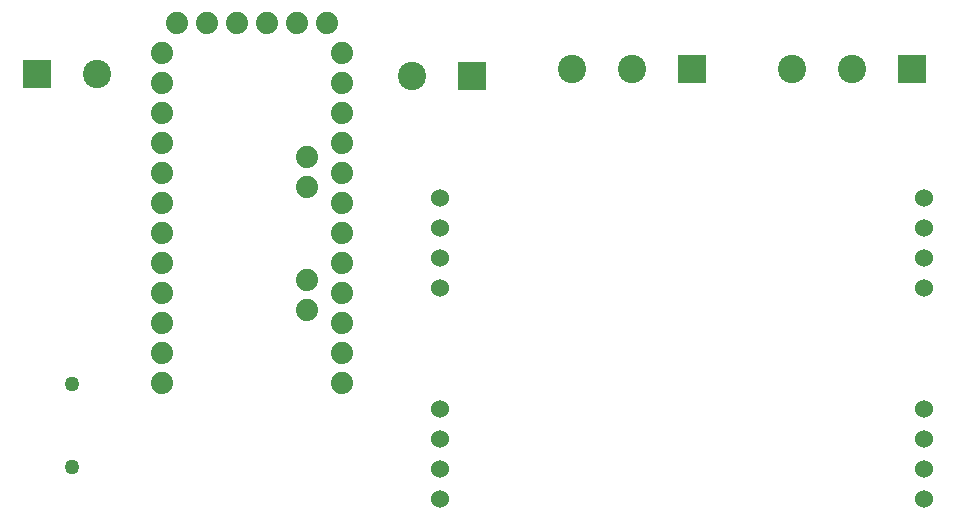
<source format=gbs>
G04 #@! TF.GenerationSoftware,KiCad,Pcbnew,7.0.1-3b83917a11~172~ubuntu22.04.1*
G04 #@! TF.CreationDate,2023-04-13T21:26:50+02:00*
G04 #@! TF.ProjectId,dmx_interceptor,646d785f-696e-4746-9572-636570746f72,rev?*
G04 #@! TF.SameCoordinates,Original*
G04 #@! TF.FileFunction,Soldermask,Bot*
G04 #@! TF.FilePolarity,Negative*
%FSLAX46Y46*%
G04 Gerber Fmt 4.6, Leading zero omitted, Abs format (unit mm)*
G04 Created by KiCad (PCBNEW 7.0.1-3b83917a11~172~ubuntu22.04.1) date 2023-04-13 21:26:50*
%MOMM*%
%LPD*%
G01*
G04 APERTURE LIST*
%ADD10C,1.258000*%
%ADD11R,2.400000X2.400000*%
%ADD12C,2.400000*%
%ADD13C,1.524000*%
%ADD14C,1.879600*%
G04 APERTURE END LIST*
D10*
X66040000Y-109418000D03*
X66040000Y-102418000D03*
D11*
X63100000Y-76200000D03*
D12*
X68180000Y-76200000D03*
D11*
X99900000Y-76300000D03*
D12*
X94820000Y-76300000D03*
D11*
X118600000Y-75700000D03*
D12*
X113520000Y-75700000D03*
X108440000Y-75700000D03*
D13*
X138200000Y-86690000D03*
X138200000Y-89230000D03*
X138200000Y-91770000D03*
X138200000Y-94310000D03*
X97200000Y-86690000D03*
X97200000Y-89230000D03*
X97200000Y-91770000D03*
X97200000Y-94310000D03*
D11*
X137180000Y-75700000D03*
D12*
X132100000Y-75700000D03*
X127020000Y-75700000D03*
D13*
X138200000Y-104490000D03*
X138200000Y-107030000D03*
X138200000Y-109570000D03*
X138200000Y-112110000D03*
X97200000Y-104490000D03*
X97200000Y-107030000D03*
X97200000Y-109570000D03*
X97200000Y-112110000D03*
D14*
X73680000Y-74400000D03*
X73680000Y-76940000D03*
X73680000Y-79480000D03*
X73680000Y-82020000D03*
X73680000Y-84560000D03*
X73680000Y-87100000D03*
X73680000Y-89640000D03*
X73680000Y-92180000D03*
X73680000Y-94720000D03*
X73680000Y-97260000D03*
X73680000Y-99800000D03*
X73680000Y-102340000D03*
X88920000Y-102340000D03*
X88920000Y-99800000D03*
X88920000Y-97260000D03*
X88920000Y-94720000D03*
X88920000Y-92180000D03*
X88920000Y-89640000D03*
X88920000Y-87100000D03*
X88920000Y-84560000D03*
X88920000Y-82020000D03*
X88920000Y-79480000D03*
X88920000Y-76940000D03*
X88920000Y-74400000D03*
X85999000Y-93577000D03*
X85999000Y-96117000D03*
X85999000Y-83163000D03*
X85999000Y-85703000D03*
X74950000Y-71860000D03*
X77490000Y-71860000D03*
X80030000Y-71860000D03*
X82570000Y-71860000D03*
X85110000Y-71860000D03*
X87650000Y-71860000D03*
M02*

</source>
